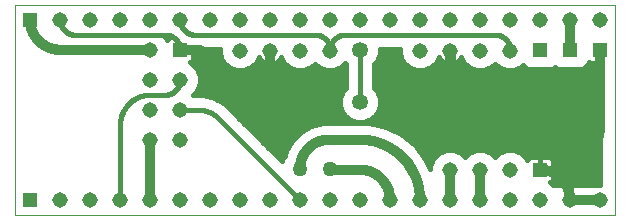
<source format=gbl>
G75*
%MOIN*%
%OFA0B0*%
%FSLAX25Y25*%
%IPPOS*%
%LPD*%
%AMOC8*
5,1,8,0,0,1.08239X$1,22.5*
%
%ADD10C,0.00000*%
%ADD11R,0.05150X0.05150*%
%ADD12C,0.05150*%
%ADD13C,0.05000*%
%ADD14C,0.03200*%
%ADD15C,0.01600*%
%ADD16C,0.05315*%
D10*
X0001250Y0001250D02*
X0001250Y0071211D01*
X0201250Y0071211D01*
X0201250Y0001250D01*
X0001250Y0001250D01*
D11*
X0006250Y0006250D03*
X0056250Y0056250D03*
X0006250Y0066250D03*
X0176250Y0056250D03*
X0186250Y0056250D03*
X0196250Y0056250D03*
X0176250Y0016250D03*
D12*
X0166250Y0016250D03*
X0156250Y0016250D03*
X0146250Y0016250D03*
X0146250Y0006250D03*
X0136250Y0006250D03*
X0126250Y0006250D03*
X0116250Y0006250D03*
X0106250Y0006250D03*
X0096250Y0006250D03*
X0086250Y0006250D03*
X0076250Y0006250D03*
X0066250Y0006250D03*
X0056250Y0006250D03*
X0046250Y0006250D03*
X0036250Y0006250D03*
X0026250Y0006250D03*
X0016250Y0006250D03*
X0046250Y0026250D03*
X0056250Y0026250D03*
X0056250Y0036250D03*
X0046250Y0036250D03*
X0046250Y0046250D03*
X0056250Y0046250D03*
X0046250Y0056250D03*
X0046250Y0066250D03*
X0036250Y0066250D03*
X0026250Y0066250D03*
X0016250Y0066250D03*
X0056250Y0066250D03*
X0066250Y0066250D03*
X0076250Y0066250D03*
X0086250Y0066250D03*
X0096250Y0066250D03*
X0106250Y0066250D03*
X0116250Y0066250D03*
X0126250Y0066250D03*
X0136250Y0066250D03*
X0146250Y0066250D03*
X0156250Y0066250D03*
X0166250Y0066250D03*
X0176250Y0066250D03*
X0186250Y0066250D03*
X0196250Y0066250D03*
X0166250Y0055935D03*
X0156250Y0055935D03*
X0146250Y0055935D03*
X0136250Y0055935D03*
X0106250Y0055935D03*
X0096250Y0055935D03*
X0086250Y0055935D03*
X0076250Y0055935D03*
X0156250Y0006250D03*
X0166250Y0006250D03*
X0176250Y0006250D03*
X0186250Y0006250D03*
X0196250Y0006250D03*
D13*
X0106250Y0016565D03*
X0096250Y0016565D03*
D14*
X0096253Y0016799D01*
X0096261Y0017033D01*
X0096275Y0017267D01*
X0096295Y0017500D01*
X0096321Y0017732D01*
X0096352Y0017964D01*
X0096388Y0018196D01*
X0096430Y0018426D01*
X0096478Y0018655D01*
X0096531Y0018883D01*
X0096590Y0019109D01*
X0096654Y0019334D01*
X0096724Y0019558D01*
X0096799Y0019780D01*
X0096879Y0019999D01*
X0096965Y0020217D01*
X0097056Y0020433D01*
X0097152Y0020646D01*
X0097253Y0020857D01*
X0097359Y0021066D01*
X0097471Y0021272D01*
X0097587Y0021475D01*
X0097708Y0021675D01*
X0097834Y0021873D01*
X0097964Y0022067D01*
X0098100Y0022258D01*
X0098240Y0022445D01*
X0098384Y0022630D01*
X0098533Y0022810D01*
X0098686Y0022987D01*
X0098843Y0023161D01*
X0099004Y0023330D01*
X0099170Y0023496D01*
X0099339Y0023657D01*
X0099513Y0023814D01*
X0099690Y0023967D01*
X0099870Y0024116D01*
X0100055Y0024260D01*
X0100242Y0024400D01*
X0100433Y0024536D01*
X0100627Y0024666D01*
X0100825Y0024792D01*
X0101025Y0024913D01*
X0101228Y0025029D01*
X0101434Y0025141D01*
X0101643Y0025247D01*
X0101854Y0025348D01*
X0102067Y0025444D01*
X0102283Y0025535D01*
X0102501Y0025621D01*
X0102720Y0025701D01*
X0102942Y0025776D01*
X0103166Y0025846D01*
X0103391Y0025910D01*
X0103617Y0025969D01*
X0103845Y0026022D01*
X0104074Y0026070D01*
X0104304Y0026112D01*
X0104536Y0026148D01*
X0104768Y0026179D01*
X0105000Y0026205D01*
X0105233Y0026225D01*
X0105467Y0026239D01*
X0105701Y0026247D01*
X0105935Y0026250D01*
X0116250Y0026250D01*
X0116250Y0016250D02*
X0106565Y0016250D01*
X0106532Y0016252D01*
X0106500Y0016257D01*
X0106468Y0016265D01*
X0106437Y0016277D01*
X0106408Y0016292D01*
X0106380Y0016310D01*
X0106354Y0016331D01*
X0106331Y0016354D01*
X0106310Y0016380D01*
X0106292Y0016408D01*
X0106277Y0016437D01*
X0106265Y0016468D01*
X0106257Y0016500D01*
X0106252Y0016532D01*
X0106250Y0016565D01*
X0116250Y0026250D02*
X0116733Y0026244D01*
X0117216Y0026227D01*
X0117699Y0026197D01*
X0118180Y0026157D01*
X0118661Y0026104D01*
X0119140Y0026040D01*
X0119617Y0025965D01*
X0120093Y0025877D01*
X0120566Y0025779D01*
X0121036Y0025669D01*
X0121504Y0025548D01*
X0121969Y0025415D01*
X0122430Y0025271D01*
X0122888Y0025116D01*
X0123342Y0024950D01*
X0123792Y0024773D01*
X0124237Y0024586D01*
X0124678Y0024387D01*
X0125114Y0024179D01*
X0125544Y0023959D01*
X0125970Y0023729D01*
X0126389Y0023489D01*
X0126803Y0023239D01*
X0127210Y0022979D01*
X0127611Y0022710D01*
X0128006Y0022430D01*
X0128393Y0022142D01*
X0128774Y0021843D01*
X0129147Y0021536D01*
X0129512Y0021220D01*
X0129870Y0020895D01*
X0130220Y0020562D01*
X0130562Y0020220D01*
X0130895Y0019870D01*
X0131220Y0019512D01*
X0131536Y0019147D01*
X0131843Y0018774D01*
X0132142Y0018393D01*
X0132430Y0018006D01*
X0132710Y0017611D01*
X0132979Y0017210D01*
X0133239Y0016803D01*
X0133489Y0016389D01*
X0133729Y0015970D01*
X0133959Y0015544D01*
X0134179Y0015114D01*
X0134387Y0014678D01*
X0134586Y0014237D01*
X0134773Y0013792D01*
X0134950Y0013342D01*
X0135116Y0012888D01*
X0135271Y0012430D01*
X0135415Y0011969D01*
X0135548Y0011504D01*
X0135669Y0011036D01*
X0135779Y0010566D01*
X0135877Y0010093D01*
X0135965Y0009617D01*
X0136040Y0009140D01*
X0136104Y0008661D01*
X0136157Y0008180D01*
X0136197Y0007699D01*
X0136227Y0007216D01*
X0136244Y0006733D01*
X0136250Y0006250D01*
X0146250Y0006250D02*
X0146250Y0016250D01*
X0156250Y0016250D02*
X0156250Y0006250D01*
X0176250Y0016250D02*
X0176492Y0016247D01*
X0176733Y0016238D01*
X0176974Y0016224D01*
X0177215Y0016203D01*
X0177455Y0016177D01*
X0177695Y0016145D01*
X0177934Y0016107D01*
X0178171Y0016064D01*
X0178408Y0016014D01*
X0178643Y0015959D01*
X0178877Y0015899D01*
X0179109Y0015832D01*
X0179340Y0015761D01*
X0179569Y0015683D01*
X0179796Y0015600D01*
X0180021Y0015512D01*
X0180244Y0015418D01*
X0180464Y0015319D01*
X0180682Y0015214D01*
X0180897Y0015105D01*
X0181110Y0014990D01*
X0181320Y0014870D01*
X0181526Y0014745D01*
X0181730Y0014615D01*
X0181931Y0014480D01*
X0182128Y0014340D01*
X0182322Y0014196D01*
X0182512Y0014047D01*
X0182698Y0013893D01*
X0182881Y0013735D01*
X0183060Y0013573D01*
X0183235Y0013406D01*
X0183406Y0013235D01*
X0183573Y0013060D01*
X0183735Y0012881D01*
X0183893Y0012698D01*
X0184047Y0012512D01*
X0184196Y0012322D01*
X0184340Y0012128D01*
X0184480Y0011931D01*
X0184615Y0011730D01*
X0184745Y0011526D01*
X0184870Y0011320D01*
X0184990Y0011110D01*
X0185105Y0010897D01*
X0185214Y0010682D01*
X0185319Y0010464D01*
X0185418Y0010244D01*
X0185512Y0010021D01*
X0185600Y0009796D01*
X0185683Y0009569D01*
X0185761Y0009340D01*
X0185832Y0009109D01*
X0185899Y0008877D01*
X0185959Y0008643D01*
X0186014Y0008408D01*
X0186064Y0008171D01*
X0186107Y0007934D01*
X0186145Y0007695D01*
X0186177Y0007455D01*
X0186203Y0007215D01*
X0186224Y0006974D01*
X0186238Y0006733D01*
X0186247Y0006492D01*
X0186250Y0006250D01*
X0196250Y0006250D01*
X0176250Y0026250D02*
X0176246Y0026612D01*
X0176232Y0026975D01*
X0176211Y0027337D01*
X0176180Y0027698D01*
X0176141Y0028058D01*
X0176093Y0028417D01*
X0176036Y0028775D01*
X0175971Y0029132D01*
X0175897Y0029487D01*
X0175814Y0029840D01*
X0175723Y0030191D01*
X0175624Y0030539D01*
X0175516Y0030885D01*
X0175400Y0031229D01*
X0175275Y0031569D01*
X0175143Y0031906D01*
X0175002Y0032240D01*
X0174853Y0032571D01*
X0174696Y0032898D01*
X0174532Y0033221D01*
X0174360Y0033540D01*
X0174180Y0033854D01*
X0173992Y0034165D01*
X0173797Y0034470D01*
X0173595Y0034771D01*
X0173385Y0035067D01*
X0173169Y0035357D01*
X0172945Y0035643D01*
X0172715Y0035923D01*
X0172478Y0036197D01*
X0172234Y0036465D01*
X0171984Y0036728D01*
X0171728Y0036984D01*
X0171465Y0037234D01*
X0171197Y0037478D01*
X0170923Y0037715D01*
X0170643Y0037945D01*
X0170357Y0038169D01*
X0170067Y0038385D01*
X0169771Y0038595D01*
X0169470Y0038797D01*
X0169165Y0038992D01*
X0168854Y0039180D01*
X0168540Y0039360D01*
X0168221Y0039532D01*
X0167898Y0039696D01*
X0167571Y0039853D01*
X0167240Y0040002D01*
X0166906Y0040143D01*
X0166569Y0040275D01*
X0166229Y0040400D01*
X0165885Y0040516D01*
X0165539Y0040624D01*
X0165191Y0040723D01*
X0164840Y0040814D01*
X0164487Y0040897D01*
X0164132Y0040971D01*
X0163775Y0041036D01*
X0163417Y0041093D01*
X0163058Y0041141D01*
X0162698Y0041180D01*
X0162337Y0041211D01*
X0161975Y0041232D01*
X0161612Y0041246D01*
X0161250Y0041250D01*
X0160935Y0041250D01*
X0181250Y0016250D02*
X0181612Y0016254D01*
X0181975Y0016268D01*
X0182337Y0016289D01*
X0182698Y0016320D01*
X0183058Y0016359D01*
X0183417Y0016407D01*
X0183775Y0016464D01*
X0184132Y0016529D01*
X0184487Y0016603D01*
X0184840Y0016686D01*
X0185191Y0016777D01*
X0185539Y0016876D01*
X0185885Y0016984D01*
X0186229Y0017100D01*
X0186569Y0017225D01*
X0186906Y0017357D01*
X0187240Y0017498D01*
X0187571Y0017647D01*
X0187898Y0017804D01*
X0188221Y0017968D01*
X0188540Y0018140D01*
X0188854Y0018320D01*
X0189165Y0018508D01*
X0189470Y0018703D01*
X0189771Y0018905D01*
X0190067Y0019115D01*
X0190357Y0019331D01*
X0190643Y0019555D01*
X0190923Y0019785D01*
X0191197Y0020022D01*
X0191465Y0020266D01*
X0191728Y0020516D01*
X0191984Y0020772D01*
X0192234Y0021035D01*
X0192478Y0021303D01*
X0192715Y0021577D01*
X0192945Y0021857D01*
X0193169Y0022143D01*
X0193385Y0022433D01*
X0193595Y0022729D01*
X0193797Y0023030D01*
X0193992Y0023335D01*
X0194180Y0023646D01*
X0194360Y0023960D01*
X0194532Y0024279D01*
X0194696Y0024602D01*
X0194853Y0024929D01*
X0195002Y0025260D01*
X0195143Y0025594D01*
X0195275Y0025931D01*
X0195400Y0026271D01*
X0195516Y0026615D01*
X0195624Y0026961D01*
X0195723Y0027309D01*
X0195814Y0027660D01*
X0195897Y0028013D01*
X0195971Y0028368D01*
X0196036Y0028725D01*
X0196093Y0029083D01*
X0196141Y0029442D01*
X0196180Y0029802D01*
X0196211Y0030163D01*
X0196232Y0030525D01*
X0196246Y0030888D01*
X0196250Y0031250D01*
X0196250Y0056250D01*
X0186250Y0056250D02*
X0186250Y0066250D01*
X0160935Y0041250D02*
X0160580Y0041254D01*
X0160226Y0041267D01*
X0159871Y0041289D01*
X0159518Y0041319D01*
X0159165Y0041357D01*
X0158813Y0041404D01*
X0158463Y0041460D01*
X0158114Y0041524D01*
X0157766Y0041596D01*
X0157421Y0041677D01*
X0157077Y0041766D01*
X0156736Y0041863D01*
X0156397Y0041969D01*
X0156061Y0042082D01*
X0155728Y0042204D01*
X0155397Y0042334D01*
X0155070Y0042472D01*
X0154747Y0042618D01*
X0154427Y0042771D01*
X0154111Y0042932D01*
X0153798Y0043101D01*
X0153490Y0043277D01*
X0153187Y0043461D01*
X0152887Y0043651D01*
X0152593Y0043849D01*
X0152303Y0044055D01*
X0152019Y0044267D01*
X0151739Y0044485D01*
X0151465Y0044711D01*
X0151197Y0044943D01*
X0150934Y0045182D01*
X0150677Y0045426D01*
X0150426Y0045677D01*
X0150182Y0045934D01*
X0149943Y0046197D01*
X0149711Y0046465D01*
X0149485Y0046739D01*
X0149267Y0047019D01*
X0149055Y0047303D01*
X0148849Y0047593D01*
X0148651Y0047887D01*
X0148461Y0048187D01*
X0148277Y0048490D01*
X0148101Y0048798D01*
X0147932Y0049111D01*
X0147771Y0049427D01*
X0147618Y0049747D01*
X0147472Y0050070D01*
X0147334Y0050397D01*
X0147204Y0050728D01*
X0147082Y0051061D01*
X0146969Y0051397D01*
X0146863Y0051736D01*
X0146766Y0052077D01*
X0146677Y0052421D01*
X0146596Y0052766D01*
X0146524Y0053114D01*
X0146460Y0053463D01*
X0146404Y0053813D01*
X0146357Y0054165D01*
X0146319Y0054518D01*
X0146289Y0054871D01*
X0146267Y0055226D01*
X0146254Y0055580D01*
X0146250Y0055935D01*
X0146250Y0051250D01*
X0146248Y0051110D01*
X0146242Y0050970D01*
X0146232Y0050830D01*
X0146219Y0050690D01*
X0146201Y0050551D01*
X0146179Y0050412D01*
X0146154Y0050275D01*
X0146125Y0050137D01*
X0146092Y0050001D01*
X0146055Y0049866D01*
X0146014Y0049732D01*
X0145969Y0049599D01*
X0145921Y0049467D01*
X0145869Y0049337D01*
X0145814Y0049208D01*
X0145755Y0049081D01*
X0145692Y0048955D01*
X0145626Y0048831D01*
X0145557Y0048710D01*
X0145484Y0048590D01*
X0145407Y0048472D01*
X0145328Y0048357D01*
X0145245Y0048243D01*
X0145159Y0048133D01*
X0145070Y0048024D01*
X0144978Y0047918D01*
X0144883Y0047815D01*
X0144786Y0047714D01*
X0144685Y0047617D01*
X0144582Y0047522D01*
X0144476Y0047430D01*
X0144367Y0047341D01*
X0144257Y0047255D01*
X0144143Y0047172D01*
X0144028Y0047093D01*
X0143910Y0047016D01*
X0143790Y0046943D01*
X0143669Y0046874D01*
X0143545Y0046808D01*
X0143419Y0046745D01*
X0143292Y0046686D01*
X0143163Y0046631D01*
X0143033Y0046579D01*
X0142901Y0046531D01*
X0142768Y0046486D01*
X0142634Y0046445D01*
X0142499Y0046408D01*
X0142363Y0046375D01*
X0142225Y0046346D01*
X0142088Y0046321D01*
X0141949Y0046299D01*
X0141810Y0046281D01*
X0141670Y0046268D01*
X0141530Y0046258D01*
X0141390Y0046252D01*
X0141250Y0046250D01*
X0091250Y0046250D02*
X0091110Y0046252D01*
X0090970Y0046258D01*
X0090830Y0046268D01*
X0090690Y0046281D01*
X0090551Y0046299D01*
X0090412Y0046321D01*
X0090275Y0046346D01*
X0090137Y0046375D01*
X0090001Y0046408D01*
X0089866Y0046445D01*
X0089732Y0046486D01*
X0089599Y0046531D01*
X0089467Y0046579D01*
X0089337Y0046631D01*
X0089208Y0046686D01*
X0089081Y0046745D01*
X0088955Y0046808D01*
X0088831Y0046874D01*
X0088710Y0046943D01*
X0088590Y0047016D01*
X0088472Y0047093D01*
X0088357Y0047172D01*
X0088243Y0047255D01*
X0088133Y0047341D01*
X0088024Y0047430D01*
X0087918Y0047522D01*
X0087815Y0047617D01*
X0087714Y0047714D01*
X0087617Y0047815D01*
X0087522Y0047918D01*
X0087430Y0048024D01*
X0087341Y0048133D01*
X0087255Y0048243D01*
X0087172Y0048357D01*
X0087093Y0048472D01*
X0087016Y0048590D01*
X0086943Y0048710D01*
X0086874Y0048831D01*
X0086808Y0048955D01*
X0086745Y0049081D01*
X0086686Y0049208D01*
X0086631Y0049337D01*
X0086579Y0049467D01*
X0086531Y0049599D01*
X0086486Y0049732D01*
X0086445Y0049866D01*
X0086408Y0050001D01*
X0086375Y0050137D01*
X0086346Y0050275D01*
X0086321Y0050412D01*
X0086299Y0050551D01*
X0086281Y0050690D01*
X0086268Y0050830D01*
X0086258Y0050970D01*
X0086252Y0051110D01*
X0086250Y0051250D01*
X0086250Y0055935D01*
X0086250Y0051250D02*
X0086248Y0051110D01*
X0086242Y0050970D01*
X0086232Y0050830D01*
X0086219Y0050690D01*
X0086201Y0050551D01*
X0086179Y0050412D01*
X0086154Y0050275D01*
X0086125Y0050137D01*
X0086092Y0050001D01*
X0086055Y0049866D01*
X0086014Y0049732D01*
X0085969Y0049599D01*
X0085921Y0049467D01*
X0085869Y0049337D01*
X0085814Y0049208D01*
X0085755Y0049081D01*
X0085692Y0048955D01*
X0085626Y0048831D01*
X0085557Y0048710D01*
X0085484Y0048590D01*
X0085407Y0048472D01*
X0085328Y0048357D01*
X0085245Y0048243D01*
X0085159Y0048133D01*
X0085070Y0048024D01*
X0084978Y0047918D01*
X0084883Y0047815D01*
X0084786Y0047714D01*
X0084685Y0047617D01*
X0084582Y0047522D01*
X0084476Y0047430D01*
X0084367Y0047341D01*
X0084257Y0047255D01*
X0084143Y0047172D01*
X0084028Y0047093D01*
X0083910Y0047016D01*
X0083790Y0046943D01*
X0083669Y0046874D01*
X0083545Y0046808D01*
X0083419Y0046745D01*
X0083292Y0046686D01*
X0083163Y0046631D01*
X0083033Y0046579D01*
X0082901Y0046531D01*
X0082768Y0046486D01*
X0082634Y0046445D01*
X0082499Y0046408D01*
X0082363Y0046375D01*
X0082225Y0046346D01*
X0082088Y0046321D01*
X0081949Y0046299D01*
X0081810Y0046281D01*
X0081670Y0046268D01*
X0081530Y0046258D01*
X0081390Y0046252D01*
X0081250Y0046250D01*
X0071250Y0046250D01*
X0071110Y0046252D01*
X0070970Y0046258D01*
X0070830Y0046268D01*
X0070690Y0046281D01*
X0070551Y0046299D01*
X0070412Y0046321D01*
X0070275Y0046346D01*
X0070137Y0046375D01*
X0070001Y0046408D01*
X0069866Y0046445D01*
X0069732Y0046486D01*
X0069599Y0046531D01*
X0069467Y0046579D01*
X0069337Y0046631D01*
X0069208Y0046686D01*
X0069081Y0046745D01*
X0068955Y0046808D01*
X0068831Y0046874D01*
X0068710Y0046943D01*
X0068590Y0047016D01*
X0068472Y0047093D01*
X0068357Y0047172D01*
X0068243Y0047255D01*
X0068133Y0047341D01*
X0068024Y0047430D01*
X0067918Y0047522D01*
X0067815Y0047617D01*
X0067714Y0047714D01*
X0067617Y0047815D01*
X0067522Y0047918D01*
X0067430Y0048024D01*
X0067341Y0048133D01*
X0067255Y0048243D01*
X0067172Y0048357D01*
X0067093Y0048472D01*
X0067016Y0048590D01*
X0066943Y0048710D01*
X0066874Y0048831D01*
X0066808Y0048955D01*
X0066745Y0049081D01*
X0066686Y0049208D01*
X0066631Y0049337D01*
X0066579Y0049467D01*
X0066531Y0049599D01*
X0066486Y0049732D01*
X0066445Y0049866D01*
X0066408Y0050001D01*
X0066375Y0050137D01*
X0066346Y0050275D01*
X0066321Y0050412D01*
X0066299Y0050551D01*
X0066281Y0050690D01*
X0066268Y0050830D01*
X0066258Y0050970D01*
X0066252Y0051110D01*
X0066250Y0051250D01*
X0066248Y0051390D01*
X0066242Y0051530D01*
X0066232Y0051670D01*
X0066219Y0051810D01*
X0066201Y0051949D01*
X0066179Y0052088D01*
X0066154Y0052225D01*
X0066125Y0052363D01*
X0066092Y0052499D01*
X0066055Y0052634D01*
X0066014Y0052768D01*
X0065969Y0052901D01*
X0065921Y0053033D01*
X0065869Y0053163D01*
X0065814Y0053292D01*
X0065755Y0053419D01*
X0065692Y0053545D01*
X0065626Y0053669D01*
X0065557Y0053790D01*
X0065484Y0053910D01*
X0065407Y0054028D01*
X0065328Y0054143D01*
X0065245Y0054257D01*
X0065159Y0054367D01*
X0065070Y0054476D01*
X0064978Y0054582D01*
X0064883Y0054685D01*
X0064786Y0054786D01*
X0064685Y0054883D01*
X0064582Y0054978D01*
X0064476Y0055070D01*
X0064367Y0055159D01*
X0064257Y0055245D01*
X0064143Y0055328D01*
X0064028Y0055407D01*
X0063910Y0055484D01*
X0063790Y0055557D01*
X0063669Y0055626D01*
X0063545Y0055692D01*
X0063419Y0055755D01*
X0063292Y0055814D01*
X0063163Y0055869D01*
X0063033Y0055921D01*
X0062901Y0055969D01*
X0062768Y0056014D01*
X0062634Y0056055D01*
X0062499Y0056092D01*
X0062363Y0056125D01*
X0062225Y0056154D01*
X0062088Y0056179D01*
X0061949Y0056201D01*
X0061810Y0056219D01*
X0061670Y0056232D01*
X0061530Y0056242D01*
X0061390Y0056248D01*
X0061250Y0056250D01*
X0056250Y0056250D01*
X0046250Y0056250D02*
X0016250Y0056250D01*
X0016008Y0056253D01*
X0015767Y0056262D01*
X0015526Y0056276D01*
X0015285Y0056297D01*
X0015045Y0056323D01*
X0014805Y0056355D01*
X0014566Y0056393D01*
X0014329Y0056436D01*
X0014092Y0056486D01*
X0013857Y0056541D01*
X0013623Y0056601D01*
X0013391Y0056668D01*
X0013160Y0056739D01*
X0012931Y0056817D01*
X0012704Y0056900D01*
X0012479Y0056988D01*
X0012256Y0057082D01*
X0012036Y0057181D01*
X0011818Y0057286D01*
X0011603Y0057395D01*
X0011390Y0057510D01*
X0011180Y0057630D01*
X0010974Y0057755D01*
X0010770Y0057885D01*
X0010569Y0058020D01*
X0010372Y0058160D01*
X0010178Y0058304D01*
X0009988Y0058453D01*
X0009802Y0058607D01*
X0009619Y0058765D01*
X0009440Y0058927D01*
X0009265Y0059094D01*
X0009094Y0059265D01*
X0008927Y0059440D01*
X0008765Y0059619D01*
X0008607Y0059802D01*
X0008453Y0059988D01*
X0008304Y0060178D01*
X0008160Y0060372D01*
X0008020Y0060569D01*
X0007885Y0060770D01*
X0007755Y0060974D01*
X0007630Y0061180D01*
X0007510Y0061390D01*
X0007395Y0061603D01*
X0007286Y0061818D01*
X0007181Y0062036D01*
X0007082Y0062256D01*
X0006988Y0062479D01*
X0006900Y0062704D01*
X0006817Y0062931D01*
X0006739Y0063160D01*
X0006668Y0063391D01*
X0006601Y0063623D01*
X0006541Y0063857D01*
X0006486Y0064092D01*
X0006436Y0064329D01*
X0006393Y0064566D01*
X0006355Y0064805D01*
X0006323Y0065045D01*
X0006297Y0065285D01*
X0006276Y0065526D01*
X0006262Y0065767D01*
X0006253Y0066008D01*
X0006250Y0066250D01*
X0046250Y0026250D02*
X0046250Y0006250D01*
X0116250Y0016250D02*
X0116492Y0016247D01*
X0116733Y0016238D01*
X0116974Y0016224D01*
X0117215Y0016203D01*
X0117455Y0016177D01*
X0117695Y0016145D01*
X0117934Y0016107D01*
X0118171Y0016064D01*
X0118408Y0016014D01*
X0118643Y0015959D01*
X0118877Y0015899D01*
X0119109Y0015832D01*
X0119340Y0015761D01*
X0119569Y0015683D01*
X0119796Y0015600D01*
X0120021Y0015512D01*
X0120244Y0015418D01*
X0120464Y0015319D01*
X0120682Y0015214D01*
X0120897Y0015105D01*
X0121110Y0014990D01*
X0121320Y0014870D01*
X0121526Y0014745D01*
X0121730Y0014615D01*
X0121931Y0014480D01*
X0122128Y0014340D01*
X0122322Y0014196D01*
X0122512Y0014047D01*
X0122698Y0013893D01*
X0122881Y0013735D01*
X0123060Y0013573D01*
X0123235Y0013406D01*
X0123406Y0013235D01*
X0123573Y0013060D01*
X0123735Y0012881D01*
X0123893Y0012698D01*
X0124047Y0012512D01*
X0124196Y0012322D01*
X0124340Y0012128D01*
X0124480Y0011931D01*
X0124615Y0011730D01*
X0124745Y0011526D01*
X0124870Y0011320D01*
X0124990Y0011110D01*
X0125105Y0010897D01*
X0125214Y0010682D01*
X0125319Y0010464D01*
X0125418Y0010244D01*
X0125512Y0010021D01*
X0125600Y0009796D01*
X0125683Y0009569D01*
X0125761Y0009340D01*
X0125832Y0009109D01*
X0125899Y0008877D01*
X0125959Y0008643D01*
X0126014Y0008408D01*
X0126064Y0008171D01*
X0126107Y0007934D01*
X0126145Y0007695D01*
X0126177Y0007455D01*
X0126203Y0007215D01*
X0126224Y0006974D01*
X0126238Y0006733D01*
X0126247Y0006492D01*
X0126250Y0006250D01*
D15*
X0139675Y0016609D02*
X0138063Y0019956D01*
X0134466Y0024466D01*
X0129956Y0028063D01*
X0124759Y0030566D01*
X0119134Y0031850D01*
X0103923Y0031850D01*
X0100035Y0030808D01*
X0096550Y0028796D01*
X0096550Y0028796D01*
X0093704Y0025950D01*
X0091692Y0022465D01*
X0091692Y0022465D01*
X0091228Y0020736D01*
X0090740Y0020247D01*
X0090242Y0019046D01*
X0073174Y0036114D01*
X0072573Y0036715D01*
X0072573Y0036715D01*
X0071195Y0038093D01*
X0067820Y0040041D01*
X0064056Y0041050D01*
X0060748Y0041050D01*
X0060548Y0041250D01*
X0061824Y0042526D01*
X0062825Y0044942D01*
X0062825Y0047558D01*
X0061824Y0049974D01*
X0059974Y0051824D01*
X0059534Y0052006D01*
X0059930Y0052235D01*
X0060265Y0052570D01*
X0060502Y0052980D01*
X0060625Y0053438D01*
X0060625Y0056250D01*
X0060625Y0056450D01*
X0069675Y0056450D01*
X0069675Y0054627D01*
X0070676Y0052211D01*
X0072526Y0050361D01*
X0074942Y0049360D01*
X0077558Y0049360D01*
X0079974Y0050361D01*
X0081824Y0052211D01*
X0082458Y0053741D01*
X0082508Y0053642D01*
X0082913Y0053085D01*
X0083400Y0052598D01*
X0083957Y0052193D01*
X0084571Y0051881D01*
X0085226Y0051668D01*
X0085906Y0051560D01*
X0086250Y0051560D01*
X0086594Y0051560D01*
X0087274Y0051668D01*
X0087929Y0051881D01*
X0088543Y0052193D01*
X0089100Y0052598D01*
X0089587Y0053085D01*
X0089992Y0053642D01*
X0090042Y0053741D01*
X0090676Y0052211D01*
X0092526Y0050361D01*
X0094942Y0049360D01*
X0097558Y0049360D01*
X0099974Y0050361D01*
X0101250Y0051637D01*
X0102526Y0050361D01*
X0104942Y0049360D01*
X0107558Y0049360D01*
X0109974Y0050361D01*
X0111349Y0051736D01*
X0111450Y0051635D01*
X0111450Y0043365D01*
X0110606Y0042521D01*
X0109593Y0040074D01*
X0109593Y0037426D01*
X0110606Y0034979D01*
X0112479Y0033106D01*
X0114926Y0032093D01*
X0117574Y0032093D01*
X0120021Y0033106D01*
X0121894Y0034979D01*
X0122907Y0037426D01*
X0122907Y0040074D01*
X0121894Y0042521D01*
X0121050Y0043365D01*
X0121050Y0051635D01*
X0121894Y0052479D01*
X0122907Y0054926D01*
X0122907Y0056450D01*
X0129675Y0056450D01*
X0129675Y0054627D01*
X0130676Y0052211D01*
X0132526Y0050361D01*
X0134942Y0049360D01*
X0137558Y0049360D01*
X0139974Y0050361D01*
X0141824Y0052211D01*
X0142458Y0053741D01*
X0142508Y0053642D01*
X0142913Y0053085D01*
X0143400Y0052598D01*
X0143957Y0052193D01*
X0144571Y0051881D01*
X0145226Y0051668D01*
X0145906Y0051560D01*
X0146250Y0051560D01*
X0146594Y0051560D01*
X0147274Y0051668D01*
X0147929Y0051881D01*
X0148543Y0052193D01*
X0149100Y0052598D01*
X0149587Y0053085D01*
X0149992Y0053642D01*
X0150042Y0053741D01*
X0150676Y0052211D01*
X0152526Y0050361D01*
X0154942Y0049360D01*
X0157558Y0049360D01*
X0159974Y0050361D01*
X0161250Y0051637D01*
X0162526Y0050361D01*
X0164942Y0049360D01*
X0167558Y0049360D01*
X0169974Y0050361D01*
X0170653Y0051040D01*
X0171409Y0050284D01*
X0172880Y0049675D01*
X0179620Y0049675D01*
X0181091Y0050284D01*
X0181250Y0050444D01*
X0181409Y0050284D01*
X0182880Y0049675D01*
X0189620Y0049675D01*
X0191091Y0050284D01*
X0192216Y0051409D01*
X0192561Y0052243D01*
X0192570Y0052235D01*
X0192980Y0051998D01*
X0193438Y0051875D01*
X0196250Y0051875D01*
X0196250Y0056250D01*
X0196250Y0011250D01*
X0180548Y0011250D01*
X0179974Y0011824D01*
X0179534Y0012006D01*
X0179930Y0012235D01*
X0180265Y0012570D01*
X0180502Y0012980D01*
X0180625Y0013438D01*
X0180625Y0016250D01*
X0180625Y0019062D01*
X0180502Y0019520D01*
X0180265Y0019930D01*
X0179930Y0020265D01*
X0179520Y0020502D01*
X0179062Y0020625D01*
X0176250Y0020625D01*
X0176250Y0016250D01*
X0180625Y0016250D01*
X0176250Y0016250D01*
X0176250Y0016250D01*
X0176250Y0016250D01*
X0176250Y0020625D01*
X0173438Y0020625D01*
X0172980Y0020502D01*
X0172570Y0020265D01*
X0172235Y0019930D01*
X0172006Y0019534D01*
X0171824Y0019974D01*
X0169974Y0021824D01*
X0167558Y0022825D01*
X0164942Y0022825D01*
X0162526Y0021824D01*
X0161250Y0020548D01*
X0159974Y0021824D01*
X0157558Y0022825D01*
X0154942Y0022825D01*
X0152526Y0021824D01*
X0151250Y0020548D01*
X0149974Y0021824D01*
X0147558Y0022825D01*
X0144942Y0022825D01*
X0142526Y0021824D01*
X0140676Y0019974D01*
X0139675Y0017558D01*
X0139675Y0016609D01*
X0139675Y0017235D02*
X0139374Y0017235D01*
X0138604Y0018834D02*
X0140204Y0018834D01*
X0141134Y0020432D02*
X0137684Y0020432D01*
X0136409Y0022031D02*
X0143025Y0022031D01*
X0149475Y0022031D02*
X0153025Y0022031D01*
X0159475Y0022031D02*
X0163025Y0022031D01*
X0169475Y0022031D02*
X0196250Y0022031D01*
X0196250Y0023629D02*
X0135134Y0023629D01*
X0134466Y0024466D02*
X0134466Y0024466D01*
X0133512Y0025228D02*
X0196250Y0025228D01*
X0196250Y0026826D02*
X0131507Y0026826D01*
X0129206Y0028425D02*
X0196250Y0028425D01*
X0196250Y0030023D02*
X0125886Y0030023D01*
X0120135Y0031622D02*
X0196250Y0031622D01*
X0196250Y0033220D02*
X0120135Y0033220D01*
X0121734Y0034819D02*
X0196250Y0034819D01*
X0196250Y0036417D02*
X0122490Y0036417D01*
X0122907Y0038016D02*
X0196250Y0038016D01*
X0196250Y0039614D02*
X0122907Y0039614D01*
X0122436Y0041213D02*
X0196250Y0041213D01*
X0196250Y0042811D02*
X0121604Y0042811D01*
X0121050Y0044410D02*
X0196250Y0044410D01*
X0196250Y0046008D02*
X0121050Y0046008D01*
X0121050Y0047607D02*
X0196250Y0047607D01*
X0196250Y0049205D02*
X0121050Y0049205D01*
X0121050Y0050804D02*
X0132083Y0050804D01*
X0130597Y0052402D02*
X0121817Y0052402D01*
X0122524Y0054001D02*
X0129935Y0054001D01*
X0129675Y0055599D02*
X0122907Y0055599D01*
X0116250Y0056250D02*
X0116250Y0038750D01*
X0110064Y0041213D02*
X0060585Y0041213D01*
X0061942Y0042811D02*
X0110896Y0042811D01*
X0111450Y0044410D02*
X0062604Y0044410D01*
X0062825Y0046008D02*
X0111450Y0046008D01*
X0111450Y0047607D02*
X0062804Y0047607D01*
X0062142Y0049205D02*
X0111450Y0049205D01*
X0111450Y0050804D02*
X0110417Y0050804D01*
X0102083Y0050804D02*
X0100417Y0050804D01*
X0092083Y0050804D02*
X0080417Y0050804D01*
X0081903Y0052402D02*
X0083669Y0052402D01*
X0086250Y0052402D02*
X0086250Y0052402D01*
X0086250Y0051560D02*
X0086250Y0055935D01*
X0086250Y0055935D01*
X0086250Y0051560D01*
X0088831Y0052402D02*
X0090597Y0052402D01*
X0086250Y0054001D02*
X0086250Y0054001D01*
X0086250Y0055599D02*
X0086250Y0055599D01*
X0072083Y0050804D02*
X0060994Y0050804D01*
X0060098Y0052402D02*
X0070597Y0052402D01*
X0069935Y0054001D02*
X0060625Y0054001D01*
X0060625Y0055599D02*
X0069675Y0055599D01*
X0060625Y0056250D02*
X0056250Y0056250D01*
X0056250Y0056250D01*
X0060625Y0056250D01*
X0056250Y0056250D02*
X0056248Y0056390D01*
X0056242Y0056530D01*
X0056232Y0056670D01*
X0056219Y0056810D01*
X0056201Y0056949D01*
X0056179Y0057088D01*
X0056154Y0057225D01*
X0056125Y0057363D01*
X0056092Y0057499D01*
X0056055Y0057634D01*
X0056014Y0057768D01*
X0055969Y0057901D01*
X0055921Y0058033D01*
X0055869Y0058163D01*
X0055814Y0058292D01*
X0055755Y0058419D01*
X0055692Y0058545D01*
X0055626Y0058669D01*
X0055557Y0058790D01*
X0055484Y0058910D01*
X0055407Y0059028D01*
X0055328Y0059143D01*
X0055245Y0059257D01*
X0055159Y0059367D01*
X0055070Y0059476D01*
X0054978Y0059582D01*
X0054883Y0059685D01*
X0054786Y0059786D01*
X0054685Y0059883D01*
X0054582Y0059978D01*
X0054476Y0060070D01*
X0054367Y0060159D01*
X0054257Y0060245D01*
X0054143Y0060328D01*
X0054028Y0060407D01*
X0053910Y0060484D01*
X0053790Y0060557D01*
X0053669Y0060626D01*
X0053545Y0060692D01*
X0053419Y0060755D01*
X0053292Y0060814D01*
X0053163Y0060869D01*
X0053033Y0060921D01*
X0052901Y0060969D01*
X0052768Y0061014D01*
X0052634Y0061055D01*
X0052499Y0061092D01*
X0052363Y0061125D01*
X0052225Y0061154D01*
X0052088Y0061179D01*
X0051949Y0061201D01*
X0051810Y0061219D01*
X0051670Y0061232D01*
X0051530Y0061242D01*
X0051390Y0061248D01*
X0051250Y0061250D01*
X0021250Y0061250D01*
X0021110Y0061252D01*
X0020970Y0061258D01*
X0020830Y0061268D01*
X0020690Y0061281D01*
X0020551Y0061299D01*
X0020412Y0061321D01*
X0020275Y0061346D01*
X0020137Y0061375D01*
X0020001Y0061408D01*
X0019866Y0061445D01*
X0019732Y0061486D01*
X0019599Y0061531D01*
X0019467Y0061579D01*
X0019337Y0061631D01*
X0019208Y0061686D01*
X0019081Y0061745D01*
X0018955Y0061808D01*
X0018831Y0061874D01*
X0018710Y0061943D01*
X0018590Y0062016D01*
X0018472Y0062093D01*
X0018357Y0062172D01*
X0018243Y0062255D01*
X0018133Y0062341D01*
X0018024Y0062430D01*
X0017918Y0062522D01*
X0017815Y0062617D01*
X0017714Y0062714D01*
X0017617Y0062815D01*
X0017522Y0062918D01*
X0017430Y0063024D01*
X0017341Y0063133D01*
X0017255Y0063243D01*
X0017172Y0063357D01*
X0017093Y0063472D01*
X0017016Y0063590D01*
X0016943Y0063710D01*
X0016874Y0063831D01*
X0016808Y0063955D01*
X0016745Y0064081D01*
X0016686Y0064208D01*
X0016631Y0064337D01*
X0016579Y0064467D01*
X0016531Y0064599D01*
X0016486Y0064732D01*
X0016445Y0064866D01*
X0016408Y0065001D01*
X0016375Y0065137D01*
X0016346Y0065275D01*
X0016321Y0065412D01*
X0016299Y0065551D01*
X0016281Y0065690D01*
X0016268Y0065830D01*
X0016258Y0065970D01*
X0016252Y0066110D01*
X0016250Y0066250D01*
X0050548Y0061250D02*
X0051952Y0061250D01*
X0052526Y0060676D01*
X0052966Y0060494D01*
X0052570Y0060265D01*
X0052235Y0059930D01*
X0052006Y0059534D01*
X0051824Y0059974D01*
X0050548Y0061250D01*
X0051403Y0060395D02*
X0052795Y0060395D01*
X0061250Y0061250D02*
X0101250Y0061250D01*
X0111250Y0061250D02*
X0161250Y0061250D01*
X0161390Y0061248D01*
X0161530Y0061242D01*
X0161670Y0061232D01*
X0161810Y0061219D01*
X0161949Y0061201D01*
X0162088Y0061179D01*
X0162225Y0061154D01*
X0162363Y0061125D01*
X0162499Y0061092D01*
X0162634Y0061055D01*
X0162768Y0061014D01*
X0162901Y0060969D01*
X0163033Y0060921D01*
X0163163Y0060869D01*
X0163292Y0060814D01*
X0163419Y0060755D01*
X0163545Y0060692D01*
X0163669Y0060626D01*
X0163790Y0060557D01*
X0163910Y0060484D01*
X0164028Y0060407D01*
X0164143Y0060328D01*
X0164257Y0060245D01*
X0164367Y0060159D01*
X0164476Y0060070D01*
X0164582Y0059978D01*
X0164685Y0059883D01*
X0164786Y0059786D01*
X0164883Y0059685D01*
X0164978Y0059582D01*
X0165070Y0059476D01*
X0165159Y0059367D01*
X0165245Y0059257D01*
X0165328Y0059143D01*
X0165407Y0059028D01*
X0165484Y0058910D01*
X0165557Y0058790D01*
X0165626Y0058669D01*
X0165692Y0058545D01*
X0165755Y0058419D01*
X0165814Y0058292D01*
X0165869Y0058163D01*
X0165921Y0058033D01*
X0165969Y0057901D01*
X0166014Y0057768D01*
X0166055Y0057634D01*
X0166092Y0057499D01*
X0166125Y0057363D01*
X0166154Y0057225D01*
X0166179Y0057088D01*
X0166201Y0056949D01*
X0166219Y0056810D01*
X0166232Y0056670D01*
X0166242Y0056530D01*
X0166248Y0056390D01*
X0166250Y0056250D01*
X0166250Y0055935D01*
X0170417Y0050804D02*
X0170890Y0050804D01*
X0162083Y0050804D02*
X0160417Y0050804D01*
X0152083Y0050804D02*
X0140417Y0050804D01*
X0141903Y0052402D02*
X0143669Y0052402D01*
X0146250Y0052402D02*
X0146250Y0052402D01*
X0146250Y0051560D02*
X0146250Y0055935D01*
X0146250Y0055935D01*
X0146250Y0051560D01*
X0148831Y0052402D02*
X0150597Y0052402D01*
X0146250Y0054001D02*
X0146250Y0054001D01*
X0146250Y0055599D02*
X0146250Y0055599D01*
X0111250Y0061250D02*
X0111110Y0061248D01*
X0110970Y0061242D01*
X0110830Y0061232D01*
X0110690Y0061219D01*
X0110551Y0061201D01*
X0110412Y0061179D01*
X0110275Y0061154D01*
X0110137Y0061125D01*
X0110001Y0061092D01*
X0109866Y0061055D01*
X0109732Y0061014D01*
X0109599Y0060969D01*
X0109467Y0060921D01*
X0109337Y0060869D01*
X0109208Y0060814D01*
X0109081Y0060755D01*
X0108955Y0060692D01*
X0108831Y0060626D01*
X0108710Y0060557D01*
X0108590Y0060484D01*
X0108472Y0060407D01*
X0108357Y0060328D01*
X0108243Y0060245D01*
X0108133Y0060159D01*
X0108024Y0060070D01*
X0107918Y0059978D01*
X0107815Y0059883D01*
X0107714Y0059786D01*
X0107617Y0059685D01*
X0107522Y0059582D01*
X0107430Y0059476D01*
X0107341Y0059367D01*
X0107255Y0059257D01*
X0107172Y0059143D01*
X0107093Y0059028D01*
X0107016Y0058910D01*
X0106943Y0058790D01*
X0106874Y0058669D01*
X0106808Y0058545D01*
X0106745Y0058419D01*
X0106686Y0058292D01*
X0106631Y0058163D01*
X0106579Y0058033D01*
X0106531Y0057901D01*
X0106486Y0057768D01*
X0106445Y0057634D01*
X0106408Y0057499D01*
X0106375Y0057363D01*
X0106346Y0057225D01*
X0106321Y0057088D01*
X0106299Y0056949D01*
X0106281Y0056810D01*
X0106268Y0056670D01*
X0106258Y0056530D01*
X0106252Y0056390D01*
X0106250Y0056250D01*
X0106250Y0055935D01*
X0106250Y0056250D01*
X0106248Y0056390D01*
X0106242Y0056530D01*
X0106232Y0056670D01*
X0106219Y0056810D01*
X0106201Y0056949D01*
X0106179Y0057088D01*
X0106154Y0057225D01*
X0106125Y0057363D01*
X0106092Y0057499D01*
X0106055Y0057634D01*
X0106014Y0057768D01*
X0105969Y0057901D01*
X0105921Y0058033D01*
X0105869Y0058163D01*
X0105814Y0058292D01*
X0105755Y0058419D01*
X0105692Y0058545D01*
X0105626Y0058669D01*
X0105557Y0058790D01*
X0105484Y0058910D01*
X0105407Y0059028D01*
X0105328Y0059143D01*
X0105245Y0059257D01*
X0105159Y0059367D01*
X0105070Y0059476D01*
X0104978Y0059582D01*
X0104883Y0059685D01*
X0104786Y0059786D01*
X0104685Y0059883D01*
X0104582Y0059978D01*
X0104476Y0060070D01*
X0104367Y0060159D01*
X0104257Y0060245D01*
X0104143Y0060328D01*
X0104028Y0060407D01*
X0103910Y0060484D01*
X0103790Y0060557D01*
X0103669Y0060626D01*
X0103545Y0060692D01*
X0103419Y0060755D01*
X0103292Y0060814D01*
X0103163Y0060869D01*
X0103033Y0060921D01*
X0102901Y0060969D01*
X0102768Y0061014D01*
X0102634Y0061055D01*
X0102499Y0061092D01*
X0102363Y0061125D01*
X0102225Y0061154D01*
X0102088Y0061179D01*
X0101949Y0061201D01*
X0101810Y0061219D01*
X0101670Y0061232D01*
X0101530Y0061242D01*
X0101390Y0061248D01*
X0101250Y0061250D01*
X0061250Y0061250D02*
X0061110Y0061252D01*
X0060970Y0061258D01*
X0060830Y0061268D01*
X0060690Y0061281D01*
X0060551Y0061299D01*
X0060412Y0061321D01*
X0060275Y0061346D01*
X0060137Y0061375D01*
X0060001Y0061408D01*
X0059866Y0061445D01*
X0059732Y0061486D01*
X0059599Y0061531D01*
X0059467Y0061579D01*
X0059337Y0061631D01*
X0059208Y0061686D01*
X0059081Y0061745D01*
X0058955Y0061808D01*
X0058831Y0061874D01*
X0058710Y0061943D01*
X0058590Y0062016D01*
X0058472Y0062093D01*
X0058357Y0062172D01*
X0058243Y0062255D01*
X0058133Y0062341D01*
X0058024Y0062430D01*
X0057918Y0062522D01*
X0057815Y0062617D01*
X0057714Y0062714D01*
X0057617Y0062815D01*
X0057522Y0062918D01*
X0057430Y0063024D01*
X0057341Y0063133D01*
X0057255Y0063243D01*
X0057172Y0063357D01*
X0057093Y0063472D01*
X0057016Y0063590D01*
X0056943Y0063710D01*
X0056874Y0063831D01*
X0056808Y0063955D01*
X0056745Y0064081D01*
X0056686Y0064208D01*
X0056631Y0064337D01*
X0056579Y0064467D01*
X0056531Y0064599D01*
X0056486Y0064732D01*
X0056445Y0064866D01*
X0056408Y0065001D01*
X0056375Y0065137D01*
X0056346Y0065275D01*
X0056321Y0065412D01*
X0056299Y0065551D01*
X0056281Y0065690D01*
X0056268Y0065830D01*
X0056258Y0065970D01*
X0056252Y0066110D01*
X0056250Y0066250D01*
X0056250Y0046250D02*
X0056248Y0046110D01*
X0056242Y0045970D01*
X0056232Y0045830D01*
X0056219Y0045690D01*
X0056201Y0045551D01*
X0056179Y0045412D01*
X0056154Y0045275D01*
X0056125Y0045137D01*
X0056092Y0045001D01*
X0056055Y0044866D01*
X0056014Y0044732D01*
X0055969Y0044599D01*
X0055921Y0044467D01*
X0055869Y0044337D01*
X0055814Y0044208D01*
X0055755Y0044081D01*
X0055692Y0043955D01*
X0055626Y0043831D01*
X0055557Y0043710D01*
X0055484Y0043590D01*
X0055407Y0043472D01*
X0055328Y0043357D01*
X0055245Y0043243D01*
X0055159Y0043133D01*
X0055070Y0043024D01*
X0054978Y0042918D01*
X0054883Y0042815D01*
X0054786Y0042714D01*
X0054685Y0042617D01*
X0054582Y0042522D01*
X0054476Y0042430D01*
X0054367Y0042341D01*
X0054257Y0042255D01*
X0054143Y0042172D01*
X0054028Y0042093D01*
X0053910Y0042016D01*
X0053790Y0041943D01*
X0053669Y0041874D01*
X0053545Y0041808D01*
X0053419Y0041745D01*
X0053292Y0041686D01*
X0053163Y0041631D01*
X0053033Y0041579D01*
X0052901Y0041531D01*
X0052768Y0041486D01*
X0052634Y0041445D01*
X0052499Y0041408D01*
X0052363Y0041375D01*
X0052225Y0041346D01*
X0052088Y0041321D01*
X0051949Y0041299D01*
X0051810Y0041281D01*
X0051670Y0041268D01*
X0051530Y0041258D01*
X0051390Y0041252D01*
X0051250Y0041250D01*
X0046250Y0041250D01*
X0056250Y0036250D02*
X0062108Y0036250D01*
X0068560Y0039614D02*
X0109593Y0039614D01*
X0109593Y0038016D02*
X0071272Y0038016D01*
X0071195Y0038093D02*
X0071195Y0038093D01*
X0071195Y0038093D01*
X0072871Y0036417D02*
X0110010Y0036417D01*
X0110766Y0034819D02*
X0074469Y0034819D01*
X0076068Y0033220D02*
X0112365Y0033220D01*
X0103071Y0031622D02*
X0077666Y0031622D01*
X0079265Y0030023D02*
X0098675Y0030023D01*
X0100035Y0030808D02*
X0100035Y0030808D01*
X0096178Y0028425D02*
X0080863Y0028425D01*
X0082462Y0026826D02*
X0094580Y0026826D01*
X0093704Y0025950D02*
X0093704Y0025950D01*
X0093287Y0025228D02*
X0084061Y0025228D01*
X0085659Y0023629D02*
X0092364Y0023629D01*
X0091575Y0022031D02*
X0087258Y0022031D01*
X0088856Y0020432D02*
X0090925Y0020432D01*
X0069179Y0033321D02*
X0069009Y0033487D01*
X0068835Y0033650D01*
X0068657Y0033807D01*
X0068475Y0033961D01*
X0068290Y0034111D01*
X0068101Y0034255D01*
X0067909Y0034396D01*
X0067713Y0034531D01*
X0067514Y0034663D01*
X0067313Y0034789D01*
X0067108Y0034910D01*
X0066900Y0035027D01*
X0066690Y0035138D01*
X0066477Y0035245D01*
X0066262Y0035346D01*
X0066045Y0035443D01*
X0065825Y0035534D01*
X0065603Y0035619D01*
X0065379Y0035700D01*
X0065153Y0035775D01*
X0064925Y0035845D01*
X0064696Y0035909D01*
X0064466Y0035968D01*
X0064234Y0036021D01*
X0064001Y0036069D01*
X0063766Y0036112D01*
X0063531Y0036148D01*
X0063295Y0036179D01*
X0063059Y0036205D01*
X0062821Y0036225D01*
X0062584Y0036239D01*
X0062346Y0036247D01*
X0062108Y0036250D01*
X0067820Y0040041D02*
X0067820Y0040041D01*
X0069179Y0033321D02*
X0096250Y0006250D01*
X0036250Y0006250D02*
X0036250Y0031250D01*
X0036253Y0031492D01*
X0036262Y0031733D01*
X0036276Y0031974D01*
X0036297Y0032215D01*
X0036323Y0032455D01*
X0036355Y0032695D01*
X0036393Y0032934D01*
X0036436Y0033171D01*
X0036486Y0033408D01*
X0036541Y0033643D01*
X0036601Y0033877D01*
X0036668Y0034109D01*
X0036739Y0034340D01*
X0036817Y0034569D01*
X0036900Y0034796D01*
X0036988Y0035021D01*
X0037082Y0035244D01*
X0037181Y0035464D01*
X0037286Y0035682D01*
X0037395Y0035897D01*
X0037510Y0036110D01*
X0037630Y0036320D01*
X0037755Y0036526D01*
X0037885Y0036730D01*
X0038020Y0036931D01*
X0038160Y0037128D01*
X0038304Y0037322D01*
X0038453Y0037512D01*
X0038607Y0037698D01*
X0038765Y0037881D01*
X0038927Y0038060D01*
X0039094Y0038235D01*
X0039265Y0038406D01*
X0039440Y0038573D01*
X0039619Y0038735D01*
X0039802Y0038893D01*
X0039988Y0039047D01*
X0040178Y0039196D01*
X0040372Y0039340D01*
X0040569Y0039480D01*
X0040770Y0039615D01*
X0040974Y0039745D01*
X0041180Y0039870D01*
X0041390Y0039990D01*
X0041603Y0040105D01*
X0041818Y0040214D01*
X0042036Y0040319D01*
X0042256Y0040418D01*
X0042479Y0040512D01*
X0042704Y0040600D01*
X0042931Y0040683D01*
X0043160Y0040761D01*
X0043391Y0040832D01*
X0043623Y0040899D01*
X0043857Y0040959D01*
X0044092Y0041014D01*
X0044329Y0041064D01*
X0044566Y0041107D01*
X0044805Y0041145D01*
X0045045Y0041177D01*
X0045285Y0041203D01*
X0045526Y0041224D01*
X0045767Y0041238D01*
X0046008Y0041247D01*
X0046250Y0041250D01*
X0171366Y0020432D02*
X0172859Y0020432D01*
X0176250Y0020432D02*
X0176250Y0020432D01*
X0179641Y0020432D02*
X0196250Y0020432D01*
X0196250Y0018834D02*
X0180625Y0018834D01*
X0180625Y0017235D02*
X0196250Y0017235D01*
X0196250Y0015637D02*
X0180625Y0015637D01*
X0180625Y0014038D02*
X0196250Y0014038D01*
X0196250Y0012440D02*
X0180135Y0012440D01*
X0176250Y0017235D02*
X0176250Y0017235D01*
X0176250Y0018834D02*
X0176250Y0018834D01*
X0191610Y0050804D02*
X0196250Y0050804D01*
X0196250Y0052402D02*
X0196250Y0052402D01*
X0196250Y0054001D02*
X0196250Y0054001D01*
X0196250Y0055599D02*
X0196250Y0055599D01*
X0196250Y0056250D02*
X0196250Y0056250D01*
D16*
X0141250Y0031250D03*
X0116250Y0038750D03*
X0101250Y0036250D03*
X0116250Y0056250D03*
M02*

</source>
